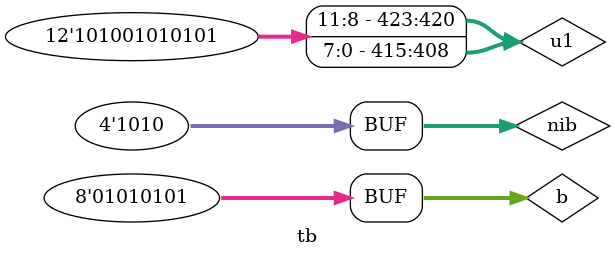
<source format=sv>
module tb;
    
    typedef struct packed { // default unsigned 
        bit [3:0] GFC; 
        bit [7:0] VPI; 
        bit [11:0] VCI; 
        bit CLP; 
        bit [3:0] PT ; 
        bit [7:0] HEC; 
        bit [47:0] [7:0] Payload; 
        bit [2:0] filler;
    } s_atmcell;

    typedef union packed { // default unsigned
        s_atmcell acell;    
        bit [423:0] bit_slice; 
        bit [52:0][7:0] byte_slice; 
    } u_atmcell;

    u_atmcell u1;
    byte b;
    bit [3:0] nib;

    initial begin

        u1.byte_slice[51] = 8'h55;
        b = u1.bit_slice[415:408]; // same as b = u1.byte_slice[51];
        assert(u1.byte_slice[51] == u1.bit_slice[415:408]);
        assert(u1.byte_slice[51] == b);
        assert(u1.bit_slice[415:408] == b);

        u1.acell.GFC = 8'hA;
        nib = u1.bit_slice[423:420]; // same as nib = u1.acell.GFC;
        assert(u1.acell.GFC == u1.bit_slice[423:420]);
        assert(u1.acell.GFC == nib);
        assert(u1.bit_slice[423:420] == nib);
        
    end

endmodule : tb
</source>
